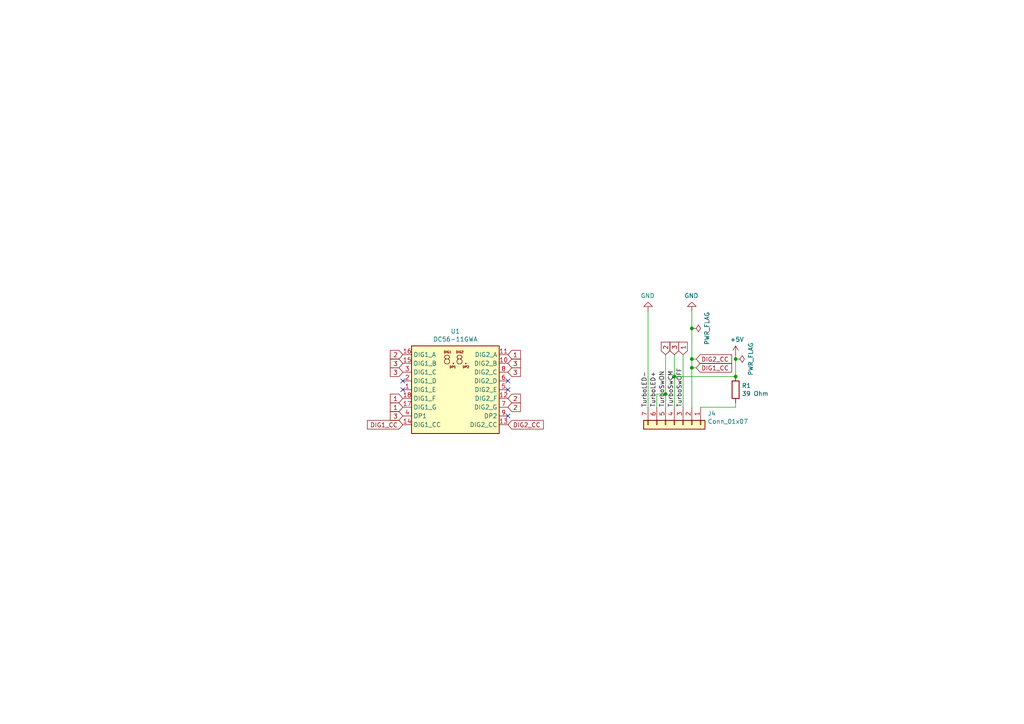
<source format=kicad_sch>
(kicad_sch (version 20250114) (generator "eeschema") (generator_version "9.0")
  (paper "A4")
  (title_block (title "MHz Display Blaster") (date "2023-07-02") (rev "rev.0.2") (company "Scrap Computing"))
  (lib_symbols
    (symbol "Connector_Generic:Conn_01x07" (pin_names (offset 1.016) (hide yes))
      (property "Reference" "J" (at 0 10.16 0))
      (property "Value" "Conn_01x07" (at 0 -10.16 0))
      (symbol "Conn_01x07_1_1"
        (rectangle (start -1.27 8.89) (end 1.27 -8.89) (stroke (width 0.254)) (fill (type background)))
        (rectangle (start -1.27 7.747) (end 0 7.493) (stroke (width 0.1524)))
        (rectangle (start -1.27 5.207) (end 0 4.953) (stroke (width 0.1524)))
        (rectangle (start -1.27 2.667) (end 0 2.413) (stroke (width 0.1524)))
        (rectangle (start -1.27 0.127) (end 0 -0.127) (stroke (width 0.1524)))
        (rectangle (start -1.27 -2.413) (end 0 -2.667) (stroke (width 0.1524)))
        (rectangle (start -1.27 -4.953) (end 0 -5.207) (stroke (width 0.1524)))
        (rectangle (start -1.27 -7.493) (end 0 -7.747) (stroke (width 0.1524)))
        (pin passive line (at -5.08 7.62 0) (length 3.81) (name "Pin_1") (number "1"))
        (pin passive line (at -5.08 5.08 0) (length 3.81) (name "Pin_2") (number "2"))
        (pin passive line (at -5.08 2.54 0) (length 3.81) (name "Pin_3") (number "3"))
        (pin passive line (at -5.08 0 0) (length 3.81) (name "Pin_4") (number "4"))
        (pin passive line (at -5.08 -2.54 0) (length 3.81) (name "Pin_5") (number "5"))
        (pin passive line (at -5.08 -5.08 0) (length 3.81) (name "Pin_6") (number "6"))
        (pin passive line (at -5.08 -7.62 0) (length 3.81) (name "Pin_7") (number "7"))
      )
    )
    (symbol "Device:R" (pin_numbers (hide yes)) (pin_names (offset 0))
      (property "Reference" "R" (at 2.032 0 90))
      (property "Value" "R" (at 0 0 90))
      (symbol "R_0_1"
        (rectangle (start -1.016 -2.54) (end 1.016 2.54) (stroke (width 0.254)))
      )
      (symbol "R_1_1"
        (pin passive line (at 0 3.81 270) (length 1.27) (name "~") (number "1"))
        (pin passive line (at 0 -3.81 90) (length 1.27) (name "~") (number "2"))
      )
    )
    (symbol "Display_Character:DC56-11GWA"
      (property "Reference" "U" (at -11.43 13.97 0))
      (property "Value" "DC56-11GWA" (at 12.065 13.97 0))
      (symbol "DC56-11GWA_0_0"
        (text "DIG1" (at -2.286 10.922 0) (effects (font (size 0.635 0.635))))
        (text "DP1" (at -0.762 6.604 0) (effects (font (size 0.635 0.635))))
        (text "8.8." (at 0 8.636 0) (effects (font (size 2.54 2.54))))
        (text "DIG2" (at 1.27 10.922 0) (effects (font (size 0.635 0.635))))
        (text "DP2" (at 3.048 6.604 0) (effects (font (size 0.635 0.635))))
      )
      (symbol "DC56-11GWA_0_1"
        (rectangle (start -12.7 12.7) (end 12.7 -12.7) (stroke (width 0.254)) (fill (type background)))
      )
      (symbol "DC56-11GWA_1_1"
        (pin input line (at -15.24 10.16 0) (length 2.54) (name "DIG1_A") (number "16"))
        (pin input line (at -15.24 7.62 0) (length 2.54) (name "DIG1_B") (number "15"))
        (pin input line (at -15.24 5.08 0) (length 2.54) (name "DIG1_C") (number "3"))
        (pin input line (at -15.24 2.54 0) (length 2.54) (name "DIG1_D") (number "2"))
        (pin input line (at -15.24 0 0) (length 2.54) (name "DIG1_E") (number "1"))
        (pin input line (at -15.24 -2.54 0) (length 2.54) (name "DIG1_F") (number "18"))
        (pin input line (at -15.24 -5.08 0) (length 2.54) (name "DIG1_G") (number "17"))
        (pin input line (at -15.24 -7.62 0) (length 2.54) (name "DP1") (number "4"))
        (pin input line (at -15.24 -10.16 0) (length 2.54) (name "DIG1_CC") (number "14"))
        (pin input line (at 15.24 10.16 180) (length 2.54) (name "DIG2_A") (number "11"))
        (pin input line (at 15.24 7.62 180) (length 2.54) (name "DIG2_B") (number "10"))
        (pin input line (at 15.24 5.08 180) (length 2.54) (name "DIG2_C") (number "8"))
        (pin input line (at 15.24 2.54 180) (length 2.54) (name "DIG2_D") (number "6"))
        (pin input line (at 15.24 0 180) (length 2.54) (name "DIG2_E") (number "5"))
        (pin input line (at 15.24 -2.54 180) (length 2.54) (name "DIG2_F") (number "12"))
        (pin input line (at 15.24 -5.08 180) (length 2.54) (name "DIG2_G") (number "7"))
        (pin input line (at 15.24 -7.62 180) (length 2.54) (name "DP2") (number "9"))
        (pin input line (at 15.24 -10.16 180) (length 2.54) (name "DIG2_CC") (number "13"))
      )
    )
    (symbol "power:+5V" (power) (pin_numbers (hide yes)) (pin_names (offset 0) (hide yes))
      (property "Value" "+5V" (at 0 3.556 0))
      (symbol "+5V_0_1"
        (polyline (pts (xy -0.762 1.27) (xy 0 2.54)))
        (polyline (pts (xy 0 2.54) (xy 0.762 1.27)))
        (polyline (pts (xy 0 0) (xy 0 2.54)))
      )
      (symbol "+5V_1_1"
        (pin power_in line (at 0 0 90) (length 0) (name "~") (number "1"))
      )
    )
    (symbol "power:GND" (power) (pin_numbers (hide yes)) (pin_names (offset 0) (hide yes))
      (property "Value" "GND" (at 0 -3.81 0))
      (symbol "GND_0_1"
        (polyline (pts (xy 0 0) (xy 0 -1.27) (xy 1.27 -1.27) (xy 0 -2.54) (xy -1.27 -1.27) (xy 0 -1.27)))
      )
      (symbol "GND_1_1"
        (pin power_in line (at 0 0 270) (length 0) (name "~") (number "1"))
      )
    )
    (symbol "power:PWR_FLAG" (power) (pin_numbers (hide yes)) (pin_names (offset 0) (hide yes))
      (property "Value" "PWR_FLAG" (at 0 3.81 0))
      (symbol "PWR_FLAG_0_0"
        (pin power_out line (at 0 0 90) (length 0) (name "~") (number "1"))
      )
      (symbol "PWR_FLAG_0_1"
        (polyline (pts (xy 0 0) (xy 0 1.27) (xy -1.016 1.905) (xy 0 2.54) (xy 1.016 1.905) (xy 0 1.27)))
      )
    )
  )
  (junction (at 200.66 95.25))
  (junction (at 213.36 109.22))
  (junction (at 200.66 104.14))
  (junction (at 213.36 104.14))
  (junction (at 200.66 106.68))
  (junction (at 195.58 109.22))
  (junction (at 193.04 114.3))
  (no_connect (at 147.32 110.49))
  (no_connect (at 116.84 110.49))
  (no_connect (at 116.84 113.03))
  (no_connect (at 147.32 120.65))
  (no_connect (at 147.32 113.03))
  (wire (pts (xy 195.58 109.22) (xy 195.58 118.11)))
  (wire (pts (xy 201.93 106.68) (xy 200.66 106.68)))
  (wire (pts (xy 213.36 102.87) (xy 213.36 104.14)))
  (wire (pts (xy 190.5 114.3) (xy 193.04 114.3)))
  (wire (pts (xy 203.2 118.11) (xy 213.36 118.11)))
  (wire (pts (xy 187.96 90.17) (xy 187.96 118.11)))
  (wire (pts (xy 193.04 114.3) (xy 193.04 102.87)))
  (wire (pts (xy 198.12 118.11) (xy 198.12 102.87)))
  (wire (pts (xy 213.36 118.11) (xy 213.36 116.84)))
  (wire (pts (xy 213.36 109.22) (xy 195.58 109.22)))
  (wire (pts (xy 190.5 118.11) (xy 190.5 114.3)))
  (wire (pts (xy 200.66 90.17) (xy 200.66 95.25)))
  (wire (pts (xy 213.36 104.14) (xy 213.36 109.22)))
  (wire (pts (xy 200.66 106.68) (xy 200.66 118.11)))
  (wire (pts (xy 200.66 104.14) (xy 200.66 106.68)))
  (wire (pts (xy 201.93 104.14) (xy 200.66 104.14)))
  (wire (pts (xy 195.58 102.87) (xy 195.58 109.22)))
  (wire (pts (xy 193.04 118.11) (xy 193.04 114.3)))
  (wire (pts (xy 200.66 95.25) (xy 200.66 104.14)))
  (label "TurboSwON" (at 193.04 118.11 90))
  (label "TurboLED-" (at 187.96 118.11 90))
  (label "TurboSwCM" (at 195.58 118.11 90))
  (label "TurboSwOFF" (at 198.12 118.11 90))
  (label "TurboLED+" (at 190.5 118.11 90))
  (global_label "2" (shape input) (at 147.32 118.11 0) (property "Intersheetrefs" "${INTERSHEET_REFS}" (effects (hide yes))))
  (global_label "3" (shape input) (at 147.32 107.95 0) (property "Intersheetrefs" "${INTERSHEET_REFS}" (effects (hide yes))))
  (global_label "1" (shape input) (at 147.32 102.87 0) (property "Intersheetrefs" "${INTERSHEET_REFS}" (effects (hide yes))))
  (global_label "3" (shape input) (at 147.32 105.41 0) (property "Intersheetrefs" "${INTERSHEET_REFS}" (effects (hide yes))))
  (global_label "1" (shape input) (at 198.12 102.87 90) (property "Intersheetrefs" "${INTERSHEET_REFS}" (effects (hide yes))))
  (global_label "DIG2_CC" (shape input) (at 201.93 104.14 0) (property "Intersheetrefs" "${INTERSHEET_REFS}" (effects (hide yes))))
  (global_label "DIG1_CC" (shape input) (at 201.93 106.68 0) (property "Intersheetrefs" "${INTERSHEET_REFS}" (effects (hide yes))))
  (global_label "2" (shape input) (at 147.32 115.57 0) (property "Intersheetrefs" "${INTERSHEET_REFS}" (effects (hide yes))))
  (global_label "3" (shape input) (at 116.84 105.41 180) (property "Intersheetrefs" "${INTERSHEET_REFS}" (effects (hide yes))))
  (global_label "2" (shape input) (at 193.04 102.87 90) (property "Intersheetrefs" "${INTERSHEET_REFS}" (effects (hide yes))))
  (global_label "2" (shape input) (at 116.84 102.87 180) (property "Intersheetrefs" "${INTERSHEET_REFS}" (effects (hide yes))))
  (global_label "3" (shape input) (at 116.84 107.95 180) (property "Intersheetrefs" "${INTERSHEET_REFS}" (effects (hide yes))))
  (global_label "1" (shape input) (at 116.84 118.11 180) (property "Intersheetrefs" "${INTERSHEET_REFS}" (effects (hide yes))))
  (global_label "3" (shape input) (at 195.58 102.87 90) (property "Intersheetrefs" "${INTERSHEET_REFS}" (effects (hide yes))))
  (global_label "3" (shape input) (at 116.84 120.65 180) (property "Intersheetrefs" "${INTERSHEET_REFS}" (effects (hide yes))))
  (global_label "DIG1_CC" (shape input) (at 116.84 123.19 180) (property "Intersheetrefs" "${INTERSHEET_REFS}" (effects (hide yes))))
  (global_label "1" (shape input) (at 116.84 115.57 180) (property "Intersheetrefs" "${INTERSHEET_REFS}" (effects (hide yes))))
  (global_label "DIG2_CC" (shape input) (at 147.32 123.19 0) (property "Intersheetrefs" "${INTERSHEET_REFS}" (effects (hide yes))))
  (symbol (lib_id "Connector_Generic:Conn_01x07") (at 195.58 123.19 270) (unit 1)
    (property "Reference" "J4" (at 205.232 119.9388 90) (effects (justify left)))
    (property "Value" "Conn_01x07" (at 205.232 122.2502 90) (effects (justify left)))
    (property "Footprint" "Connector_PinHeader_2.54mm:PinHeader_1x07_P2.54mm_Vertical" (effects (hide yes)))
  )
  (symbol (lib_id "Device:R") (at 213.36 113.03 0) (unit 1)
    (property "Reference" "R1" (at 215.138 111.8616 0) (effects (justify left)))
    (property "Value" "39 Ohm" (at 215.138 114.173 0) (effects (justify left)))
    (property "Footprint" "Resistor_THT:R_Axial_DIN0207_L6.3mm_D2.5mm_P10.16mm_Horizontal" (effects (hide yes)))
  )
  (symbol (lib_id "Display_Character:DC56-11GWA") (at 132.08 113.03 0) (unit 1)
    (property "Reference" "U1" (at 132.08 96.0882 0))
    (property "Value" "DC56-11GWA" (at 132.08 98.3996 0))
    (property "Footprint" "Display_7Segment:DA56-11CGKWA" (effects (hide yes)))
    (property "Datasheet" "http://www.kingbrightusa.com/images/catalog/SPEC/DC56-11GWA.pdf" (effects (hide yes)))
  )
  (symbol (lib_id "power:PWR_FLAG") (at 200.66 95.25 270) (unit 1)
    (property "Reference" "#FLG0101" (effects (hide yes)))
    (property "Value" "PWR_FLAG" (at 205.0542 95.25 0))
  )
  (symbol (lib_id "power:PWR_FLAG") (at 213.36 104.14 270) (unit 1)
    (property "Reference" "#FLG0102" (effects (hide yes)))
    (property "Value" "PWR_FLAG" (at 217.7542 104.14 0))
  )
  (symbol (lib_id "power:GND") (at 200.66 90.17 180) (unit 1)
    (property "Reference" "#PWR0101" (effects (hide yes)))
    (property "Value" "GND" (at 200.533 85.7758 0))
  )
  (symbol (lib_id "power:+5V") (at 213.36 102.87 0) (unit 1)
    (property "Reference" "#PWR0102" (effects (hide yes)))
    (property "Value" "+5V" (at 213.741 98.4758 0))
  )
  (symbol (lib_id "power:GND") (at 187.96 90.17 180) (unit 1)
    (property "Reference" "#PWR0103" (effects (hide yes)))
    (property "Value" "GND" (at 187.833 85.7758 0))
  )
)
</source>
